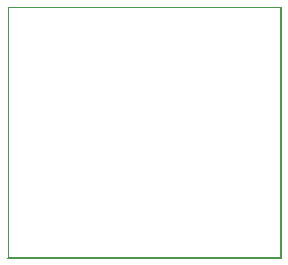
<source format=gko>
G04 Layer_Color=16711935*
%FSLAX44Y44*%
%MOMM*%
G71*
G01*
G75*
%ADD29C,0.1270*%
%ADD45C,0.1000*%
D29*
X237500Y237500D02*
X468750D01*
Y450000D01*
D45*
X237500D02*
X468750D01*
X237500Y237500D02*
Y450000D01*
M02*

</source>
